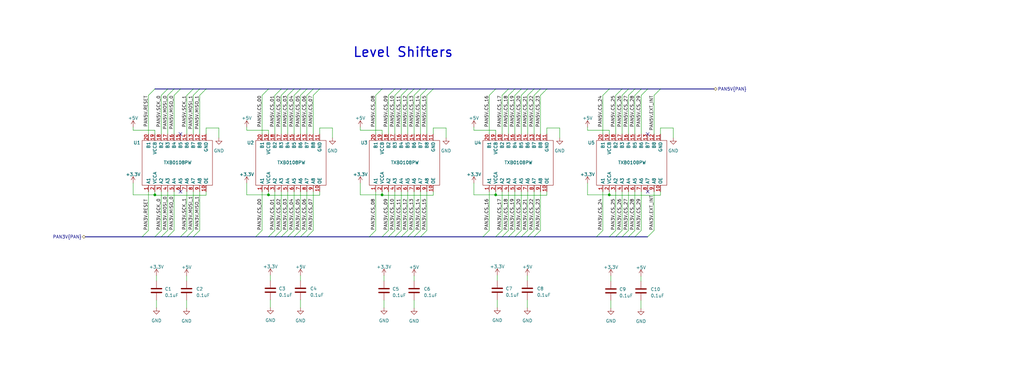
<source format=kicad_sch>
(kicad_sch (version 20250114) (generator "eeschema") (generator_version "9.0")
  (paper "User" 406.4 152.4)
  (title_block (title "Arena 12-12 Teensy w regulator Modular LED Display") (date "2024-10-08") (rev "v9.1") (company "IORodeo for Reiserlab @Janelia"))
  (lib_symbols
    (symbol "Device:C" (pin_numbers (hide yes)) (pin_names (offset 0.254))
      (property "Reference" "C" (at 0.635 2.54 0))
      (property "Value" "C" (at 0.635 -2.54 0))
      (symbol "C_0_1"
        (polyline (pts (xy -2.032 0.762) (xy 2.032 0.762)) (stroke (width 0.508)))
        (polyline (pts (xy -2.032 -0.762) (xy 2.032 -0.762)) (stroke (width 0.508)))
      )
      (symbol "C_1_1"
        (pin passive line (at 0 3.81 270) (length 2.794) (name "~") (number "1"))
        (pin passive line (at 0 -3.81 90) (length 2.794) (name "~") (number "2"))
      )
    )
    (symbol "TXB0108:TXB0108PW"
      (property "Reference" "U" (at -6.35 15.24 0))
      (property "Value" "TXB0108PW" (at 0 -15.24 0))
      (symbol "TXB0108PW_0_1"
        (rectangle (start -8.89 13.97) (end 8.89 -13.97))
      )
      (symbol "TXB0108PW_1_1"
        (pin bidirectional line (at -11.43 11.43 0) (length 2.54) (name "A1") (number "1"))
        (pin power_in line (at -11.43 8.89 0) (length 2.54) (name "VCCA") (number "2"))
        (pin bidirectional line (at -11.43 6.35 0) (length 2.54) (name "A2") (number "3"))
        (pin bidirectional line (at -11.43 3.81 0) (length 2.54) (name "A3") (number "4"))
        (pin bidirectional line (at -11.43 1.27 0) (length 2.54) (name "A4") (number "5"))
        (pin bidirectional line (at -11.43 -1.27 0) (length 2.54) (name "A5") (number "6"))
        (pin bidirectional line (at -11.43 -3.81 0) (length 2.54) (name "A6") (number "7"))
        (pin bidirectional line (at -11.43 -6.35 0) (length 2.54) (name "A7") (number "8"))
        (pin bidirectional line (at -11.43 -8.89 0) (length 2.54) (name "A8") (number "9"))
        (pin input line (at -11.43 -11.43 0) (length 2.54) (name "OE") (number "10"))
        (pin bidirectional line (at 11.43 11.43 180) (length 2.54) (name "B1") (number "20"))
        (pin bidirectional line (at 11.43 8.89 180) (length 2.54) (name "VCCB") (number "19"))
        (pin bidirectional line (at 11.43 6.35 180) (length 2.54) (name "B2") (number "18"))
        (pin bidirectional line (at 11.43 3.81 180) (length 2.54) (name "B3") (number "17"))
        (pin bidirectional line (at 11.43 1.27 180) (length 2.54) (name "B4") (number "16"))
        (pin bidirectional line (at 11.43 -1.27 180) (length 2.54) (name "B5") (number "15"))
        (pin bidirectional line (at 11.43 -3.81 180) (length 2.54) (name "B6") (number "14"))
        (pin bidirectional line (at 11.43 -6.35 180) (length 2.54) (name "B7") (number "13"))
        (pin bidirectional line (at 11.43 -8.89 180) (length 2.54) (name "B8") (number "12"))
        (pin power_in line (at 11.43 -11.43 180) (length 2.54) (name "GND") (number "11"))
      )
    )
    (symbol "power:+3.3V" (power) (pin_names (offset 0))
      (property "Value" "+3.3V" (at 0 3.556 0))
      (symbol "+3.3V_0_1"
        (polyline (pts (xy -0.762 1.27) (xy 0 2.54)))
        (polyline (pts (xy 0 2.54) (xy 0.762 1.27)))
        (polyline (pts (xy 0 0) (xy 0 2.54)))
      )
      (symbol "+3.3V_1_1"
        (pin power_in line (at 0 0 90) (length 0) (hide yes) (name "+3.3V") (number "1"))
      )
    )
    (symbol "power:+5V" (power) (pin_names (offset 0))
      (property "Value" "+5V" (at 0 3.556 0))
      (symbol "+5V_0_1"
        (polyline (pts (xy -0.762 1.27) (xy 0 2.54)))
        (polyline (pts (xy 0 2.54) (xy 0.762 1.27)))
        (polyline (pts (xy 0 0) (xy 0 2.54)))
      )
      (symbol "+5V_1_1"
        (pin power_in line (at 0 0 90) (length 0) (hide yes) (name "+5V") (number "1"))
      )
    )
    (symbol "power:GND" (power) (pin_names (offset 0))
      (property "Value" "GND" (at 0 -3.81 0))
      (symbol "GND_0_1"
        (polyline (pts (xy 0 0) (xy 0 -1.27) (xy 1.27 -1.27) (xy 0 -2.54) (xy -1.27 -1.27) (xy 0 -1.27)))
      )
      (symbol "GND_1_1"
        (pin power_in line (at 0 0 270) (length 0) (hide yes) (name "GND") (number "1"))
      )
    )
  )
  (text "Level Shifters" (at 139.954 23.114 0) (effects (font (size 3.81 3.81) (thickness 0.508) (bold yes)) (justify left bottom)))
  (junction (at 106.553 77.343))
  (junction (at 61.468 77.343))
  (junction (at 151.638 77.343))
  (junction (at 196.723 77.343))
  (junction (at 241.808 77.343))
  (no_connect (at 257.048 53.213))
  (no_connect (at 71.628 53.213))
  (no_connect (at 71.628 76.073))
  (no_connect (at 257.048 76.073))
  (bus_entry (at 206.883 37.846) (size 2.54 -2.54))
  (bus_entry (at 149.098 37.846) (size 2.54 -2.54))
  (bus_entry (at 111.633 37.846) (size 2.54 -2.54))
  (bus_entry (at 109.093 91.44) (size -2.54 2.54))
  (bus_entry (at 214.503 91.44) (size -2.54 2.54))
  (bus_entry (at 201.803 37.846) (size 2.54 -2.54))
  (bus_entry (at 239.268 91.44) (size -2.54 2.54))
  (bus_entry (at 69.088 91.44) (size -2.54 2.54))
  (bus_entry (at 251.968 91.44) (size -2.54 2.54))
  (bus_entry (at 166.878 37.846) (size 2.54 -2.54))
  (bus_entry (at 251.968 37.846) (size 2.54 -2.54))
  (bus_entry (at 194.183 37.846) (size 2.54 -2.54))
  (bus_entry (at 154.178 37.846) (size 2.54 -2.54))
  (bus_entry (at 161.798 91.44) (size -2.54 2.54))
  (bus_entry (at 199.263 91.44) (size -2.54 2.54))
  (bus_entry (at 66.548 37.846) (size 2.54 -2.54))
  (bus_entry (at 74.168 91.44) (size -2.54 2.54))
  (bus_entry (at 244.348 37.846) (size 2.54 -2.54))
  (bus_entry (at 159.258 37.846) (size 2.54 -2.54))
  (bus_entry (at 209.423 91.44) (size -2.54 2.54))
  (bus_entry (at 254.508 37.846) (size 2.54 -2.54))
  (bus_entry (at 211.963 37.846) (size 2.54 -2.54))
  (bus_entry (at 159.258 91.44) (size -2.54 2.54))
  (bus_entry (at 58.928 37.846) (size 2.54 -2.54))
  (bus_entry (at 104.013 91.44) (size -2.54 2.54))
  (bus_entry (at 124.333 37.846) (size 2.54 -2.54))
  (bus_entry (at 204.343 37.846) (size 2.54 -2.54))
  (bus_entry (at 259.588 37.846) (size 2.54 -2.54))
  (bus_entry (at 114.173 91.44) (size -2.54 2.54))
  (bus_entry (at 149.098 91.44) (size -2.54 2.54))
  (bus_entry (at 249.428 37.846) (size 2.54 -2.54))
  (bus_entry (at 259.588 91.44) (size -2.54 2.54))
  (bus_entry (at 199.263 37.846) (size 2.54 -2.54))
  (bus_entry (at 156.718 37.846) (size 2.54 -2.54))
  (bus_entry (at 76.708 91.44) (size -2.54 2.54))
  (bus_entry (at 194.183 91.44) (size -2.54 2.54))
  (bus_entry (at 64.008 91.44) (size -2.54 2.54))
  (bus_entry (at 79.248 37.846) (size 2.54 -2.54))
  (bus_entry (at 249.428 91.44) (size -2.54 2.54))
  (bus_entry (at 209.423 37.846) (size 2.54 -2.54))
  (bus_entry (at 201.803 91.44) (size -2.54 2.54))
  (bus_entry (at 79.248 91.44) (size -2.54 2.54))
  (bus_entry (at 64.008 37.846) (size 2.54 -2.54))
  (bus_entry (at 121.793 37.846) (size 2.54 -2.54))
  (bus_entry (at 211.963 91.44) (size -2.54 2.54))
  (bus_entry (at 111.633 91.44) (size -2.54 2.54))
  (bus_entry (at 76.708 37.846) (size 2.54 -2.54))
  (bus_entry (at 119.253 91.44) (size -2.54 2.54))
  (bus_entry (at 246.888 37.846) (size 2.54 -2.54))
  (bus_entry (at 244.348 91.44) (size -2.54 2.54))
  (bus_entry (at 109.093 37.846) (size 2.54 -2.54))
  (bus_entry (at 116.713 91.44) (size -2.54 2.54))
  (bus_entry (at 69.088 37.846) (size 2.54 -2.54))
  (bus_entry (at 116.713 37.846) (size 2.54 -2.54))
  (bus_entry (at 254.508 91.44) (size -2.54 2.54))
  (bus_entry (at 74.168 37.846) (size 2.54 -2.54))
  (bus_entry (at 161.798 37.846) (size 2.54 -2.54))
  (bus_entry (at 154.178 91.44) (size -2.54 2.54))
  (bus_entry (at 239.268 37.846) (size 2.54 -2.54))
  (bus_entry (at 169.418 37.846) (size 2.54 -2.54))
  (bus_entry (at 206.883 91.44) (size -2.54 2.54))
  (bus_entry (at 121.793 91.44) (size -2.54 2.54))
  (bus_entry (at 166.878 91.44) (size -2.54 2.54))
  (bus_entry (at 164.338 37.846) (size 2.54 -2.54))
  (bus_entry (at 156.718 91.44) (size -2.54 2.54))
  (bus_entry (at 164.338 91.44) (size -2.54 2.54))
  (bus_entry (at 119.253 37.846) (size 2.54 -2.54))
  (bus_entry (at 246.888 91.44) (size -2.54 2.54))
  (bus_entry (at 124.333 91.44) (size -2.54 2.54))
  (bus_entry (at 58.928 91.44) (size -2.54 2.54))
  (bus_entry (at 104.013 37.846) (size 2.54 -2.54))
  (bus_entry (at 66.548 91.44) (size -2.54 2.54))
  (bus_entry (at 204.343 91.44) (size -2.54 2.54))
  (bus_entry (at 214.503 37.846) (size 2.54 -2.54))
  (bus_entry (at 114.173 37.846) (size 2.54 -2.54))
  (bus_entry (at 169.418 91.44) (size -2.54 2.54))
  (bus (pts (xy 151.638 35.306) (xy 156.718 35.306)))
  (wire (pts (xy 52.832 51.689) (xy 52.832 50.419)))
  (bus (pts (xy 121.793 93.98) (xy 146.558 93.98)))
  (bus (pts (xy 164.338 35.306) (xy 166.878 35.306)))
  (wire (pts (xy 114.173 76.073) (xy 114.173 91.44)))
  (wire (pts (xy 164.338 109.474) (xy 164.338 111.506)))
  (wire (pts (xy 104.013 37.846) (xy 104.013 53.213)))
  (wire (pts (xy 214.503 76.073) (xy 214.503 91.44)))
  (wire (pts (xy 177.038 50.8) (xy 177.038 54.737)))
  (wire (pts (xy 97.917 51.689) (xy 97.917 50.419)))
  (wire (pts (xy 69.088 37.846) (xy 69.088 53.213)))
  (bus (pts (xy 191.643 93.98) (xy 196.723 93.98)))
  (wire (pts (xy 116.713 37.846) (xy 116.713 53.213)))
  (wire (pts (xy 151.638 77.343) (xy 143.002 77.343)))
  (wire (pts (xy 119.253 118.999) (xy 119.253 122.174)))
  (bus (pts (xy 154.178 93.98) (xy 156.718 93.98)))
  (wire (pts (xy 241.808 77.343) (xy 241.808 77.47)))
  (wire (pts (xy 106.553 77.47) (xy 126.873 77.47)))
  (bus (pts (xy 254.508 35.306) (xy 257.048 35.306)))
  (wire (pts (xy 74.168 76.073) (xy 74.168 91.44)))
  (bus (pts (xy 217.043 35.306) (xy 241.808 35.306)))
  (wire (pts (xy 119.253 109.347) (xy 119.253 111.379)))
  (wire (pts (xy 254.508 37.846) (xy 254.508 53.213)))
  (wire (pts (xy 126.873 50.8) (xy 131.953 50.8)))
  (wire (pts (xy 159.258 76.073) (xy 159.258 91.44)))
  (wire (pts (xy 154.178 37.846) (xy 154.178 53.213)))
  (wire (pts (xy 156.718 37.846) (xy 156.718 53.213)))
  (wire (pts (xy 76.708 76.073) (xy 76.708 91.44)))
  (bus (pts (xy 76.708 93.98) (xy 101.473 93.98)))
  (wire (pts (xy 109.093 76.073) (xy 109.093 91.44)))
  (wire (pts (xy 196.723 77.343) (xy 196.723 77.47)))
  (wire (pts (xy 196.723 51.689) (xy 188.087 51.689)))
  (bus (pts (xy 241.808 93.98) (xy 244.348 93.98)))
  (bus (pts (xy 119.253 93.98) (xy 121.793 93.98)))
  (bus (pts (xy 64.008 93.98) (xy 66.548 93.98)))
  (wire (pts (xy 254.381 119.253) (xy 254.381 122.428)))
  (wire (pts (xy 159.258 37.846) (xy 159.258 53.213)))
  (bus (pts (xy 209.423 93.98) (xy 211.963 93.98)))
  (wire (pts (xy 164.338 76.073) (xy 164.338 91.44)))
  (bus (pts (xy 214.503 35.306) (xy 217.043 35.306)))
  (wire (pts (xy 249.428 37.846) (xy 249.428 53.213)))
  (bus (pts (xy 121.793 35.306) (xy 124.333 35.306)))
  (wire (pts (xy 246.888 37.846) (xy 246.888 53.213)))
  (wire (pts (xy 52.832 72.644) (xy 52.832 77.343)))
  (wire (pts (xy 166.878 37.846) (xy 166.878 53.213)))
  (wire (pts (xy 217.043 76.073) (xy 217.043 77.47)))
  (bus (pts (xy 66.548 93.98) (xy 71.628 93.98)))
  (bus (pts (xy 166.878 93.98) (xy 191.643 93.98)))
  (wire (pts (xy 254.381 109.601) (xy 254.381 111.633)))
  (bus (pts (xy 146.558 93.98) (xy 151.638 93.98)))
  (wire (pts (xy 81.788 53.213) (xy 81.788 50.8)))
  (bus (pts (xy 241.808 35.306) (xy 246.888 35.306)))
  (wire (pts (xy 209.423 76.073) (xy 209.423 91.44)))
  (wire (pts (xy 116.713 76.073) (xy 116.713 91.44)))
  (wire (pts (xy 119.253 37.846) (xy 119.253 53.213)))
  (bus (pts (xy 76.708 35.306) (xy 79.248 35.306)))
  (bus (pts (xy 251.968 35.306) (xy 254.508 35.306)))
  (wire (pts (xy 201.803 76.073) (xy 201.803 91.44)))
  (wire (pts (xy 188.087 72.644) (xy 188.087 77.343)))
  (bus (pts (xy 171.958 35.306) (xy 196.723 35.306)))
  (wire (pts (xy 61.468 51.689) (xy 52.832 51.689)))
  (bus (pts (xy 156.718 93.98) (xy 159.258 93.98)))
  (wire (pts (xy 166.878 76.073) (xy 166.878 91.44)))
  (wire (pts (xy 239.268 37.846) (xy 239.268 53.213)))
  (bus (pts (xy 206.883 93.98) (xy 209.423 93.98)))
  (bus (pts (xy 246.888 35.306) (xy 249.428 35.306)))
  (bus (pts (xy 249.428 93.98) (xy 251.968 93.98)))
  (wire (pts (xy 262.128 50.8) (xy 267.208 50.8)))
  (bus (pts (xy 109.093 93.98) (xy 111.633 93.98)))
  (wire (pts (xy 259.588 76.073) (xy 259.588 91.44)))
  (wire (pts (xy 121.793 37.846) (xy 121.793 53.213)))
  (wire (pts (xy 239.268 76.073) (xy 239.268 91.44)))
  (wire (pts (xy 97.917 72.644) (xy 97.917 77.343)))
  (bus (pts (xy 199.263 93.98) (xy 201.803 93.98)))
  (wire (pts (xy 246.888 76.073) (xy 246.888 91.44)))
  (wire (pts (xy 241.808 77.343) (xy 233.172 77.343)))
  (bus (pts (xy 204.343 35.306) (xy 206.883 35.306)))
  (bus (pts (xy 61.468 35.306) (xy 66.548 35.306)))
  (wire (pts (xy 106.553 77.343) (xy 106.553 77.47)))
  (bus (pts (xy 196.723 35.306) (xy 201.803 35.306)))
  (bus (pts (xy 79.248 35.306) (xy 81.788 35.306)))
  (wire (pts (xy 66.548 76.073) (xy 66.548 91.44)))
  (wire (pts (xy 106.553 51.689) (xy 97.917 51.689)))
  (wire (pts (xy 143.002 51.689) (xy 143.002 50.419)))
  (wire (pts (xy 196.723 77.47) (xy 217.043 77.47)))
  (wire (pts (xy 79.248 76.073) (xy 79.248 91.44)))
  (wire (pts (xy 209.423 37.846) (xy 209.423 53.213)))
  (bus (pts (xy 101.473 93.98) (xy 106.553 93.98)))
  (bus (pts (xy 116.713 93.98) (xy 119.253 93.98)))
  (wire (pts (xy 151.638 76.073) (xy 151.638 77.343)))
  (wire (pts (xy 251.968 76.073) (xy 251.968 91.44)))
  (wire (pts (xy 149.098 76.073) (xy 149.098 91.44)))
  (wire (pts (xy 152.4 109.347) (xy 152.4 111.506)))
  (bus (pts (xy 204.343 93.98) (xy 206.883 93.98)))
  (bus (pts (xy 249.428 35.306) (xy 251.968 35.306)))
  (bus (pts (xy 66.548 35.306) (xy 69.088 35.306)))
  (wire (pts (xy 244.348 76.073) (xy 244.348 91.44)))
  (bus (pts (xy 124.333 35.306) (xy 126.873 35.306)))
  (wire (pts (xy 106.553 53.213) (xy 106.553 51.689)))
  (wire (pts (xy 151.638 51.689) (xy 143.002 51.689)))
  (bus (pts (xy 262.128 35.306) (xy 283.337 35.306)))
  (wire (pts (xy 131.953 50.8) (xy 131.953 54.737)))
  (wire (pts (xy 222.123 50.8) (xy 222.123 54.737)))
  (bus (pts (xy 246.888 93.98) (xy 249.428 93.98)))
  (wire (pts (xy 74.168 37.846) (xy 74.168 53.213)))
  (bus (pts (xy 211.963 35.306) (xy 214.503 35.306)))
  (bus (pts (xy 159.258 93.98) (xy 161.798 93.98)))
  (wire (pts (xy 199.263 76.073) (xy 199.263 91.44)))
  (wire (pts (xy 171.958 76.073) (xy 171.958 77.47)))
  (bus (pts (xy 33.909 93.98) (xy 56.388 93.98)))
  (wire (pts (xy 206.883 37.846) (xy 206.883 53.213)))
  (wire (pts (xy 194.183 76.073) (xy 194.183 91.44)))
  (wire (pts (xy 201.803 37.846) (xy 201.803 53.213)))
  (wire (pts (xy 66.548 37.846) (xy 66.548 53.213)))
  (bus (pts (xy 151.638 93.98) (xy 154.178 93.98)))
  (wire (pts (xy 76.708 37.846) (xy 76.708 53.213)))
  (bus (pts (xy 209.423 35.306) (xy 211.963 35.306)))
  (bus (pts (xy 106.553 35.306) (xy 111.633 35.306)))
  (wire (pts (xy 61.468 76.073) (xy 61.468 77.343)))
  (wire (pts (xy 241.808 51.689) (xy 233.172 51.689)))
  (wire (pts (xy 206.883 76.073) (xy 206.883 91.44)))
  (wire (pts (xy 119.253 76.073) (xy 119.253 91.44)))
  (wire (pts (xy 242.443 109.474) (xy 242.443 111.633)))
  (wire (pts (xy 262.128 76.073) (xy 262.128 77.47)))
  (wire (pts (xy 74.041 109.474) (xy 74.041 111.506)))
  (wire (pts (xy 164.338 37.846) (xy 164.338 53.213)))
  (wire (pts (xy 106.553 76.073) (xy 106.553 77.343)))
  (bus (pts (xy 116.713 35.306) (xy 119.253 35.306)))
  (wire (pts (xy 107.315 118.999) (xy 107.315 122.047)))
  (wire (pts (xy 171.958 50.8) (xy 177.038 50.8)))
  (wire (pts (xy 111.633 37.846) (xy 111.633 53.213)))
  (wire (pts (xy 254.508 76.073) (xy 254.508 91.44)))
  (wire (pts (xy 81.788 76.073) (xy 81.788 77.47)))
  (wire (pts (xy 196.723 76.073) (xy 196.723 77.343)))
  (bus (pts (xy 201.803 93.98) (xy 204.343 93.98)))
  (bus (pts (xy 251.968 93.98) (xy 257.048 93.98)))
  (wire (pts (xy 61.468 53.213) (xy 61.468 51.689)))
  (wire (pts (xy 197.358 109.22) (xy 197.358 111.379)))
  (wire (pts (xy 61.468 77.343) (xy 61.468 77.47)))
  (wire (pts (xy 124.333 76.073) (xy 124.333 91.44)))
  (wire (pts (xy 69.088 76.073) (xy 69.088 91.44)))
  (bus (pts (xy 206.883 35.306) (xy 209.423 35.306)))
  (wire (pts (xy 267.208 50.8) (xy 267.208 54.737)))
  (wire (pts (xy 86.868 50.8) (xy 86.868 54.737)))
  (wire (pts (xy 194.183 37.846) (xy 194.183 53.213)))
  (wire (pts (xy 156.718 76.073) (xy 156.718 91.44)))
  (wire (pts (xy 109.093 37.846) (xy 109.093 53.213)))
  (wire (pts (xy 61.468 77.47) (xy 81.788 77.47)))
  (wire (pts (xy 151.638 53.213) (xy 151.638 51.689)))
  (wire (pts (xy 209.296 118.999) (xy 209.296 122.174)))
  (wire (pts (xy 262.128 53.213) (xy 262.128 50.8)))
  (wire (pts (xy 152.4 119.126) (xy 152.4 122.174)))
  (wire (pts (xy 209.296 109.347) (xy 209.296 111.379)))
  (wire (pts (xy 74.041 119.126) (xy 74.041 122.301)))
  (bus (pts (xy 119.253 35.306) (xy 121.793 35.306)))
  (wire (pts (xy 241.808 76.073) (xy 241.808 77.343)))
  (bus (pts (xy 201.803 35.306) (xy 204.343 35.306)))
  (wire (pts (xy 161.798 37.846) (xy 161.798 53.213)))
  (wire (pts (xy 121.793 76.073) (xy 121.793 91.44)))
  (wire (pts (xy 58.928 37.846) (xy 58.928 53.213)))
  (bus (pts (xy 111.633 35.306) (xy 114.173 35.306)))
  (wire (pts (xy 107.315 109.22) (xy 107.315 111.379)))
  (wire (pts (xy 251.968 37.846) (xy 251.968 53.213)))
  (wire (pts (xy 196.723 53.213) (xy 196.723 51.689)))
  (bus (pts (xy 211.963 93.98) (xy 236.728 93.98)))
  (wire (pts (xy 197.358 118.999) (xy 197.358 122.047)))
  (wire (pts (xy 211.963 76.073) (xy 211.963 91.44)))
  (wire (pts (xy 61.468 77.343) (xy 52.832 77.343)))
  (bus (pts (xy 126.873 35.306) (xy 151.638 35.306)))
  (bus (pts (xy 196.723 93.98) (xy 199.263 93.98)))
  (wire (pts (xy 233.172 72.644) (xy 233.172 77.343)))
  (wire (pts (xy 169.418 76.073) (xy 169.418 91.44)))
  (bus (pts (xy 56.388 93.98) (xy 61.468 93.98)))
  (wire (pts (xy 171.958 53.213) (xy 171.958 50.8)))
  (wire (pts (xy 169.418 37.846) (xy 169.418 53.213)))
  (bus (pts (xy 169.418 35.306) (xy 171.958 35.306)))
  (bus (pts (xy 71.628 35.306) (xy 76.708 35.306)))
  (wire (pts (xy 217.043 50.8) (xy 222.123 50.8)))
  (wire (pts (xy 196.723 77.343) (xy 188.087 77.343)))
  (wire (pts (xy 211.963 37.846) (xy 211.963 53.213)))
  (wire (pts (xy 188.087 51.689) (xy 188.087 50.419)))
  (bus (pts (xy 71.628 93.98) (xy 74.168 93.98)))
  (wire (pts (xy 104.013 76.073) (xy 104.013 91.44)))
  (wire (pts (xy 214.503 37.846) (xy 214.503 53.213)))
  (wire (pts (xy 204.343 76.073) (xy 204.343 91.44)))
  (wire (pts (xy 249.428 76.073) (xy 249.428 91.44)))
  (wire (pts (xy 114.173 37.846) (xy 114.173 53.213)))
  (bus (pts (xy 244.348 93.98) (xy 246.888 93.98)))
  (bus (pts (xy 114.173 35.306) (xy 116.713 35.306)))
  (wire (pts (xy 151.638 77.47) (xy 171.958 77.47)))
  (wire (pts (xy 126.873 53.213) (xy 126.873 50.8)))
  (bus (pts (xy 81.788 35.306) (xy 106.553 35.306)))
  (wire (pts (xy 106.553 77.343) (xy 97.917 77.343)))
  (wire (pts (xy 62.103 109.347) (xy 62.103 111.506)))
  (wire (pts (xy 244.348 37.846) (xy 244.348 53.213)))
  (bus (pts (xy 159.258 35.306) (xy 161.798 35.306)))
  (wire (pts (xy 154.178 76.073) (xy 154.178 91.44)))
  (bus (pts (xy 61.468 93.98) (xy 64.008 93.98)))
  (bus (pts (xy 161.798 35.306) (xy 164.338 35.306)))
  (wire (pts (xy 164.338 119.126) (xy 164.338 122.301)))
  (wire (pts (xy 58.928 76.073) (xy 58.928 91.44)))
  (bus (pts (xy 114.173 93.98) (xy 116.713 93.98)))
  (wire (pts (xy 259.588 37.846) (xy 259.588 53.213)))
  (wire (pts (xy 241.808 53.213) (xy 241.808 51.689)))
  (wire (pts (xy 64.008 76.073) (xy 64.008 91.44)))
  (bus (pts (xy 74.168 93.98) (xy 76.708 93.98)))
  (wire (pts (xy 64.008 37.846) (xy 64.008 53.213)))
  (wire (pts (xy 62.103 119.126) (xy 62.103 122.174)))
  (wire (pts (xy 217.043 53.213) (xy 217.043 50.8)))
  (wire (pts (xy 241.808 77.47) (xy 262.128 77.47)))
  (wire (pts (xy 151.638 77.343) (xy 151.638 77.47)))
  (wire (pts (xy 126.873 76.073) (xy 126.873 77.47)))
  (bus (pts (xy 166.878 35.306) (xy 169.418 35.306)))
  (bus (pts (xy 257.048 35.306) (xy 262.128 35.306)))
  (wire (pts (xy 143.002 72.644) (xy 143.002 77.343)))
  (wire (pts (xy 204.343 37.846) (xy 204.343 53.213)))
  (wire (pts (xy 111.633 76.073) (xy 111.633 91.44)))
  (wire (pts (xy 124.333 37.846) (xy 124.333 53.213)))
  (wire (pts (xy 81.788 50.8) (xy 86.868 50.8)))
  (bus (pts (xy 236.728 93.98) (xy 241.808 93.98)))
  (bus (pts (xy 69.088 35.306) (xy 71.628 35.306)))
  (bus (pts (xy 106.553 93.98) (xy 109.093 93.98)))
  (bus (pts (xy 156.718 35.306) (xy 159.258 35.306)))
  (wire (pts (xy 161.798 76.073) (xy 161.798 91.44)))
  (bus (pts (xy 164.338 93.98) (xy 166.878 93.98)))
  (wire (pts (xy 199.263 37.846) (xy 199.263 53.213)))
  (wire (pts (xy 79.248 37.846) (xy 79.248 53.213)))
  (bus (pts (xy 161.798 93.98) (xy 164.338 93.98)))
  (wire (pts (xy 233.172 51.689) (xy 233.172 50.419)))
  (wire (pts (xy 149.098 37.846) (xy 149.098 53.213)))
  (wire (pts (xy 242.443 119.253) (xy 242.443 122.301)))
  (bus (pts (xy 111.633 93.98) (xy 114.173 93.98)))
  (label "PAN3V.CS_06" (at 121.793 91.44 90))
  (label "PAN5V.SCK_1" (at 74.168 37.846 270))
  (label "PAN3V.CS_05" (at 119.253 91.44 90))
  (label "PAN5V.CS_17" (at 199.263 37.846 270))
  (label "PAN5V.CS_20" (at 206.883 37.846 270))
  (label "PAN5V.CS_13" (at 164.338 37.846 270))
  (label "PAN5V.CS_23" (at 214.503 37.846 270))
  (label "PAN5V.CS_24" (at 239.268 37.846 270))
  (label "PAN5V.CS_26" (at 246.888 37.846 270))
  (label "PAN5V.CS_16" (at 194.183 37.846 270))
  (label "PAN5V.CS_04" (at 116.713 37.846 270))
  (label "PAN3V.CS_11" (at 159.258 91.44 90))
  (label "PAN3V.CS_26" (at 246.888 91.44 90))
  (label "PAN3V.CS_16" (at 194.183 91.44 90))
  (label "PAN3V.CS_24" (at 239.268 91.44 90))
  (label "PAN3V.CS_00" (at 104.013 91.44 90))
  (label "PAN3V.CS_07" (at 124.333 91.44 90))
  (label "PAN3V.CS_27" (at 249.428 91.44 90))
  (label "PAN5V.CS_07" (at 124.333 37.846 270))
  (label "PAN5V.CS_21" (at 209.423 37.846 270))
  (label "PAN3V.CS_23" (at 214.503 91.44 90))
  (label "PAN3V.CS_14" (at 166.878 91.44 90))
  (label "PAN3V.CS_01" (at 109.093 91.44 90))
  (label "PAN3V.CS_28" (at 251.968 91.44 90))
  (label "PAN5V.CS_02" (at 111.633 37.846 270))
  (label "PAN3V.CS_17" (at 199.263 91.44 90))
  (label "PAN5V.CS_25" (at 244.348 37.846 270))
  (label "PAN5V.RESET" (at 58.928 37.846 270))
  (label "PAN3V.SCK_1" (at 74.168 91.313 90))
  (label "PAN5V.MISO_1" (at 79.248 37.846 270))
  (label "PAN3V.CS_04" (at 116.713 91.44 90))
  (label "PAN5V.SCK_0" (at 64.008 37.846 270))
  (label "PAN3V.MOSI_1" (at 76.708 91.313 90))
  (label "PAN5V.CS_11" (at 159.258 37.846 270))
  (label "PAN5V.CS_14" (at 166.878 37.846 270))
  (label "PAN5V.CS_15" (at 169.418 37.846 270))
  (label "PAN3V.CS_18" (at 201.803 91.44 90))
  (label "PAN3V.CS_15" (at 169.418 91.44 90))
  (label "PAN5V.CS_22" (at 211.963 37.846 270))
  (label "PAN5V.EXT_INT" (at 259.588 37.846 270))
  (label "PAN5V.CS_29" (at 254.508 37.846 270))
  (label "PAN3V.CS_13" (at 164.338 91.44 90))
  (label "PAN3V.CS_02" (at 111.633 91.44 90))
  (label "PAN5V.CS_19" (at 204.343 37.846 270))
  (label "PAN3V.CS_22" (at 211.963 91.44 90))
  (label "PAN3V.CS_19" (at 204.343 91.44 90))
  (label "PAN5V.CS_27" (at 249.428 37.846 270))
  (label "PAN5V.CS_10" (at 156.718 37.846 270))
  (label "PAN3V.CS_12" (at 161.798 91.44 90))
  (label "PAN5V.MISO_0" (at 69.088 37.846 270))
  (label "PAN3V.MISO_1" (at 79.248 91.313 90))
  (label "PAN5V.CS_03" (at 114.173 37.846 270))
  (label "PAN3V.MISO_0" (at 69.088 91.44 90))
  (label "PAN3V.CS_10" (at 156.718 91.44 90))
  (label "PAN3V.CS_21" (at 209.423 91.44 90))
  (label "PAN3V.EXT_INT" (at 259.588 91.44 90))
  (label "PAN5V.CS_06" (at 121.793 37.846 270))
  (label "PAN3V.CS_08" (at 149.098 91.44 90))
  (label "PAN5V.CS_01" (at 109.093 37.846 270))
  (label "PAN5V.CS_08" (at 149.098 37.846 270))
  (label "PAN3V.CS_25" (at 244.348 91.44 90))
  (label "PAN5V.CS_28" (at 251.968 37.846 270))
  (label "PAN5V.CS_12" (at 161.798 37.846 270))
  (label "PAN5V.CS_18" (at 201.803 37.846 270))
  (label "PAN3V.CS_09" (at 154.178 91.44 90))
  (label "PAN5V.MOSI_1" (at 76.708 37.846 270))
  (label "PAN3V.CS_29" (at 254.508 91.44 90))
  (label "PAN3V.MOSI_0" (at 66.548 91.44 90))
  (label "PAN5V.CS_05" (at 119.253 37.846 270))
  (label "PAN3V.RESET" (at 58.928 91.44 90))
  (label "PAN3V.SCK_0" (at 64.008 91.44 90))
  (label "PAN5V.CS_09" (at 154.178 37.846 270))
  (label "PAN5V.CS_00" (at 104.013 37.846 270))
  (label "PAN5V.MOSI_0" (at 66.548 37.846 270))
  (label "PAN3V.CS_03" (at 114.173 91.44 90))
  (label "PAN3V.CS_20" (at 206.883 91.44 90))
  (hierarchical_label "PAN3V{PAN}" (shape bidirectional) (at 33.909 93.98 180))
  (hierarchical_label "PAN5V{PAN}" (shape bidirectional) (at 283.337 35.306 0))
  (symbol (lib_id "power:GND") (at 209.296 122.174 0) (unit 1)
    (property "Reference" "#PWR060" (effects (hide yes)))
    (property "Value" "GND" (at 209.296 127.254 0))
    (instances (project "teensy_arena_12-12" (path "" (reference "#PWR038") (unit 1)) (path "" (reference "#PWR060") (unit 1))))
  )
  (symbol (lib_id "Device:C") (at 197.358 115.189 0) (unit 1)
    (property "Reference" "C7" (at 200.66 114.554 0) (effects (justify left)))
    (property "Value" "0.1uF" (at 200.66 117.094 0) (effects (justify left)))
    (property "Footprint" "Capacitor_SMD:C_0603_1608Metric" (effects (hide yes)))
  )
  (symbol (lib_id "power:+3.3V") (at 242.443 109.474 0) (unit 1)
    (property "Reference" "#PWR069" (effects (hide yes)))
    (property "Value" "+3.3V" (at 242.443 106.045 0))
  )
  (symbol (lib_id "power:+3.3V") (at 152.4 109.347 0) (unit 1)
    (property "Reference" "#PWR035" (effects (hide yes)))
    (property "Value" "+3.3V" (at 152.4 105.918 0))
  )
  (symbol (lib_id "power:+5V") (at 52.832 50.419 0) (unit 1)
    (property "Reference" "#PWR063" (effects (hide yes)))
    (property "Value" "+5V" (at 52.832 46.863 0))
  )
  (symbol (lib_id "power:+5V") (at 209.296 109.347 0) (unit 1)
    (property "Reference" "#PWR042" (effects (hide yes)))
    (property "Value" "+5V" (at 209.296 105.918 0))
  )
  (symbol (lib_id "power:+5V") (at 143.002 50.419 0) (unit 1)
    (property "Reference" "#PWR031" (effects (hide yes)))
    (property "Value" "+5V" (at 143.002 46.863 0))
  )
  (symbol (lib_id "power:GND") (at 74.041 122.301 0) (unit 1)
    (property "Reference" "#PWR017" (effects (hide yes)))
    (property "Value" "GND" (at 74.041 127.381 0))
    (instances (project "teensy_arena_12-12" (path "" (reference "#PWR038") (unit 1)) (path "" (reference "#PWR017") (unit 1))))
  )
  (symbol (lib_id "TXB0108:TXB0108PW") (at 70.358 64.643 90) (unit 1)
    (property "Reference" "U1" (at 52.959 56.642 90) (effects (justify right)))
    (property "Value" "TXB0108PW" (at 64.897 64.516 90) (effects (justify right)))
    (property "Footprint" "Package_SO:TSSOP-20_4.4x6.5mm_P0.65mm" (effects (hide yes)))
  )
  (symbol (lib_id "power:+3.3V") (at 233.172 72.644 0) (unit 1)
    (property "Reference" "#PWR068" (effects (hide yes)))
    (property "Value" "+3.3V" (at 233.172 69.215 0))
  )
  (symbol (lib_id "Device:C") (at 74.041 115.316 0) (unit 1)
    (property "Reference" "C2" (at 77.851 114.681 0) (effects (justify left)))
    (property "Value" "0.1uF" (at 77.851 117.221 0) (effects (justify left)))
    (property "Footprint" "Capacitor_SMD:C_0603_1608Metric" (effects (hide yes)))
  )
  (symbol (lib_id "Device:C") (at 254.381 115.443 0) (unit 1)
    (property "Reference" "C10" (at 258.191 114.808 0) (effects (justify left)))
    (property "Value" "0.1uF" (at 258.191 117.348 0) (effects (justify left)))
    (property "Footprint" "Capacitor_SMD:C_0603_1608Metric" (effects (hide yes)))
  )
  (symbol (lib_id "Device:C") (at 62.103 115.316 0) (unit 1)
    (property "Reference" "C1" (at 65.405 114.681 0) (effects (justify left)))
    (property "Value" "0.1uF" (at 65.405 117.221 0) (effects (justify left)))
    (property "Footprint" "Capacitor_SMD:C_0603_1608Metric" (effects (hide yes)))
  )
  (symbol (lib_id "power:GND") (at 197.358 122.047 0) (unit 1)
    (property "Reference" "#PWR043" (effects (hide yes)))
    (property "Value" "GND" (at 197.358 127.127 0))
    (instances (project "teensy_arena_12-12" (path "" (reference "#PWR038") (unit 1)) (path "" (reference "#PWR043") (unit 1))))
  )
  (symbol (lib_id "power:GND") (at 267.208 54.737 0) (unit 1)
    (property "Reference" "#PWR067" (effects (hide yes)))
    (property "Value" "GND" (at 267.208 59.817 0))
    (instances (project "teensy_arena_12-12" (path "" (reference "#PWR038") (unit 1)) (path "" (reference "#PWR067") (unit 1))))
  )
  (symbol (lib_id "TXB0108:TXB0108PW") (at 250.698 64.643 90) (unit 1)
    (property "Reference" "U5" (at 233.299 56.642 90) (effects (justify right)))
    (property "Value" "TXB0108PW" (at 245.237 64.516 90) (effects (justify right)))
    (property "Footprint" "Package_SO:TSSOP-20_4.4x6.5mm_P0.65mm" (effects (hide yes)))
  )
  (symbol (lib_id "Device:C") (at 152.4 115.316 0) (unit 1)
    (property "Reference" "C5" (at 155.702 114.681 0) (effects (justify left)))
    (property "Value" "0.1uF" (at 155.702 117.221 0) (effects (justify left)))
    (property "Footprint" "Capacitor_SMD:C_0603_1608Metric" (effects (hide yes)))
  )
  (symbol (lib_id "power:+3.3V") (at 107.315 109.22 0) (unit 1)
    (property "Reference" "#PWR028" (effects (hide yes)))
    (property "Value" "+3.3V" (at 107.315 105.791 0))
  )
  (symbol (lib_id "power:+3.3V") (at 197.358 109.22 0) (unit 1)
    (property "Reference" "#PWR041" (effects (hide yes)))
    (property "Value" "+3.3V" (at 197.358 105.791 0))
  )
  (symbol (lib_id "power:+3.3V") (at 143.002 72.644 0) (unit 1)
    (property "Reference" "#PWR064" (effects (hide yes)))
    (property "Value" "+3.3V" (at 143.002 69.215 0))
  )
  (symbol (lib_id "Device:C") (at 107.315 115.189 0) (unit 1)
    (property "Reference" "C3" (at 110.617 114.554 0) (effects (justify left)))
    (property "Value" "0.1uF" (at 110.617 117.094 0) (effects (justify left)))
    (property "Footprint" "Capacitor_SMD:C_0603_1608Metric" (effects (hide yes)))
  )
  (symbol (lib_id "power:+5V") (at 254.381 109.601 0) (unit 1)
    (property "Reference" "#PWR070" (effects (hide yes)))
    (property "Value" "+5V" (at 254.381 106.172 0))
  )
  (symbol (lib_id "power:GND") (at 164.338 122.301 0) (unit 1)
    (property "Reference" "#PWR040" (effects (hide yes)))
    (property "Value" "GND" (at 164.338 127.381 0))
    (instances (project "teensy_arena_12-12" (path "" (reference "#PWR038") (unit 1)) (path "" (reference "#PWR040") (unit 1))))
  )
  (symbol (lib_id "power:+5V") (at 233.172 50.419 0) (unit 1)
    (property "Reference" "#PWR066" (effects (hide yes)))
    (property "Value" "+5V" (at 233.172 46.863 0))
  )
  (symbol (lib_id "Device:C") (at 209.296 115.189 0) (unit 1)
    (property "Reference" "C8" (at 213.106 114.554 0) (effects (justify left)))
    (property "Value" "0.1uF" (at 213.106 117.094 0) (effects (justify left)))
    (property "Footprint" "Capacitor_SMD:C_0603_1608Metric" (effects (hide yes)))
  )
  (symbol (lib_id "power:GND") (at 222.123 54.737 0) (unit 1)
    (property "Reference" "#PWR039" (effects (hide yes)))
    (property "Value" "GND" (at 222.123 59.817 0))
    (instances (project "teensy_arena_12-12" (path "" (reference "#PWR038") (unit 1)) (path "" (reference "#PWR039") (unit 1))))
  )
  (symbol (lib_id "power:+5V") (at 188.087 50.419 0) (unit 1)
    (property "Reference" "#PWR032" (effects (hide yes)))
    (property "Value" "+5V" (at 188.087 46.863 0))
  )
  (symbol (lib_id "power:GND") (at 131.953 54.737 0) (unit 1)
    (property "Reference" "#PWR025" (effects (hide yes)))
    (property "Value" "GND" (at 131.953 59.817 0))
    (instances (project "teensy_arena_12-12" (path "" (reference "#PWR038") (unit 1)) (path "" (reference "#PWR025") (unit 1))))
  )
  (symbol (lib_id "power:GND") (at 107.315 122.047 0) (unit 1)
    (property "Reference" "#PWR030" (effects (hide yes)))
    (property "Value" "GND" (at 107.315 127.127 0))
    (instances (project "teensy_arena_12-12" (path "" (reference "#PWR038") (unit 1)) (path "" (reference "#PWR030") (unit 1))))
  )
  (symbol (lib_id "power:GND") (at 177.038 54.737 0) (unit 1)
    (property "Reference" "#PWR033" (effects (hide yes)))
    (property "Value" "GND" (at 177.038 59.817 0))
    (instances (project "teensy_arena_12-12" (path "" (reference "#PWR038") (unit 1)) (path "" (reference "#PWR033") (unit 1))))
  )
  (symbol (lib_id "power:+3.3V") (at 52.832 72.644 0) (unit 1)
    (property "Reference" "#PWR061" (effects (hide yes)))
    (property "Value" "+3.3V" (at 52.832 69.215 0))
  )
  (symbol (lib_id "power:+5V") (at 119.253 109.347 0) (unit 1)
    (property "Reference" "#PWR029" (effects (hide yes)))
    (property "Value" "+5V" (at 119.253 105.918 0))
  )
  (symbol (lib_id "power:GND") (at 254.381 122.428 0) (unit 1)
    (property "Reference" "#PWR072" (effects (hide yes)))
    (property "Value" "GND" (at 254.381 127.508 0))
    (instances (project "teensy_arena_12-12" (path "" (reference "#PWR038") (unit 1)) (path "" (reference "#PWR072") (unit 1))))
  )
  (symbol (lib_id "power:+3.3V") (at 97.917 72.644 0) (unit 1)
    (property "Reference" "#PWR026" (effects (hide yes)))
    (property "Value" "+3.3V" (at 97.917 69.215 0))
  )
  (symbol (lib_id "power:+5V") (at 97.917 50.419 0) (unit 1)
    (property "Reference" "#PWR012" (effects (hide yes)))
    (property "Value" "+5V" (at 97.917 46.863 0))
  )
  (symbol (lib_id "TXB0108:TXB0108PW") (at 115.443 64.643 90) (unit 1)
    (property "Reference" "U2" (at 98.044 56.642 90) (effects (justify right)))
    (property "Value" "TXB0108PW" (at 109.982 64.516 90) (effects (justify right)))
    (property "Footprint" "Package_SO:TSSOP-20_4.4x6.5mm_P0.65mm" (effects (hide yes)))
  )
  (symbol (lib_id "power:GND") (at 119.253 122.174 0) (unit 1)
    (property "Reference" "#PWR034" (effects (hide yes)))
    (property "Value" "GND" (at 119.253 127.254 0))
    (instances (project "teensy_arena_12-12" (path "" (reference "#PWR038") (unit 1)) (path "" (reference "#PWR034") (unit 1))))
  )
  (symbol (lib_id "Device:C") (at 119.253 115.189 0) (unit 1)
    (property "Reference" "C4" (at 123.063 114.554 0) (effects (justify left)))
    (property "Value" "0.1uF" (at 123.063 117.094 0) (effects (justify left)))
    (property "Footprint" "Capacitor_SMD:C_0603_1608Metric" (effects (hide yes)))
  )
  (symbol (lib_id "power:+5V") (at 164.338 109.474 0) (unit 1)
    (property "Reference" "#PWR036" (effects (hide yes)))
    (property "Value" "+5V" (at 164.338 106.045 0))
  )
  (symbol (lib_id "TXB0108:TXB0108PW") (at 160.528 64.643 90) (unit 1)
    (property "Reference" "U3" (at 143.129 56.642 90) (effects (justify right)))
    (property "Value" "TXB0108PW" (at 155.067 64.516 90) (effects (justify right)))
    (property "Footprint" "Package_SO:TSSOP-20_4.4x6.5mm_P0.65mm" (effects (hide yes)))
  )
  (symbol (lib_id "power:GND") (at 242.443 122.301 0) (unit 1)
    (property "Reference" "#PWR071" (effects (hide yes)))
    (property "Value" "GND" (at 242.443 127.381 0))
    (instances (project "teensy_arena_12-12" (path "" (reference "#PWR038") (unit 1)) (path "" (reference "#PWR071") (unit 1))))
  )
  (symbol (lib_id "power:+5V") (at 74.041 109.474 0) (unit 1)
    (property "Reference" "#PWR027" (effects (hide yes)))
    (property "Value" "+5V" (at 74.041 106.045 0))
  )
  (symbol (lib_id "power:+3.3V") (at 62.103 109.347 0) (unit 1)
    (property "Reference" "#PWR018" (effects (hide yes)))
    (property "Value" "+3.3V" (at 62.103 105.918 0))
  )
  (symbol (lib_id "Device:C") (at 164.338 115.316 0) (unit 1)
    (property "Reference" "C6" (at 168.148 114.681 0) (effects (justify left)))
    (property "Value" "0.1uF" (at 168.148 117.221 0) (effects (justify left)))
    (property "Footprint" "Capacitor_SMD:C_0603_1608Metric" (effects (hide yes)))
  )
  (symbol (lib_id "power:GND") (at 86.868 54.737 0) (unit 1)
    (property "Reference" "#PWR062" (effects (hide yes)))
    (property "Value" "GND" (at 86.868 59.817 0))
    (instances (project "teensy_arena_12-12" (path "" (reference "#PWR038") (unit 1)) (path "" (reference "#PWR062") (unit 1))))
  )
  (symbol (lib_id "Device:C") (at 242.443 115.443 0) (unit 1)
    (property "Reference" "C9" (at 245.745 114.808 0) (effects (justify left)))
    (property "Value" "0.1uF" (at 245.745 117.348 0) (effects (justify left)))
    (property "Footprint" "Capacitor_SMD:C_0603_1608Metric" (effects (hide yes)))
  )
  (symbol (lib_id "power:GND") (at 62.103 122.174 0) (unit 1)
    (property "Reference" "#PWR015" (effects (hide yes)))
    (property "Value" "GND" (at 62.103 127.254 0))
    (instances (project "teensy_arena_12-12" (path "" (reference "#PWR038") (unit 1)) (path "" (reference "#PWR015") (unit 1))))
  )
  (symbol (lib_id "TXB0108:TXB0108PW") (at 205.613 64.643 90) (unit 1)
    (property "Reference" "U4" (at 188.214 56.642 90) (effects (justify right)))
    (property "Value" "TXB0108PW" (at 200.152 64.516 90) (effects (justify right)))
    (property "Footprint" "Package_SO:TSSOP-20_4.4x6.5mm_P0.65mm" (effects (hide yes)))
  )
  (symbol (lib_id "power:GND") (at 152.4 122.174 0) (unit 1)
    (property "Reference" "#PWR037" (effects (hide yes)))
    (property "Value" "GND" (at 152.4 127.254 0))
    (instances (project "teensy_arena_12-12" (path "" (reference "#PWR038") (unit 1)) (path "" (reference "#PWR037") (unit 1))))
  )
  (symbol (lib_id "power:+3.3V") (at 188.087 72.644 0) (unit 1)
    (property "Reference" "#PWR065" (effects (hide yes)))
    (property "Value" "+3.3V" (at 188.087 69.215 0))
  )
)
</source>
